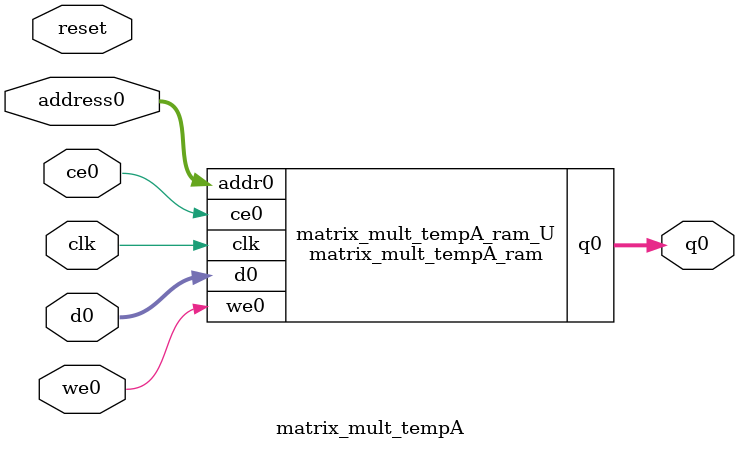
<source format=v>

`timescale 1 ns / 1 ps
module matrix_mult_tempA_ram (addr0, ce0, d0, we0, q0,  clk);

parameter DWIDTH = 32;
parameter AWIDTH = 6;
parameter MEM_SIZE = 64;

input[AWIDTH-1:0] addr0;
input ce0;
input[DWIDTH-1:0] d0;
input we0;
output reg[DWIDTH-1:0] q0;
input clk;

(* ram_style = "block" *)reg [DWIDTH-1:0] ram[0:MEM_SIZE-1];




always @(posedge clk)  
begin 
    if (ce0) 
    begin
        if (we0) 
        begin 
            ram[addr0] <= d0; 
            q0 <= d0;
        end 
        else 
            q0 <= ram[addr0];
    end
end


endmodule


`timescale 1 ns / 1 ps
module matrix_mult_tempA(
    reset,
    clk,
    address0,
    ce0,
    we0,
    d0,
    q0);

parameter DataWidth = 32'd32;
parameter AddressRange = 32'd64;
parameter AddressWidth = 32'd6;
input reset;
input clk;
input[AddressWidth - 1:0] address0;
input ce0;
input we0;
input[DataWidth - 1:0] d0;
output[DataWidth - 1:0] q0;



matrix_mult_tempA_ram matrix_mult_tempA_ram_U(
    .clk( clk ),
    .addr0( address0 ),
    .ce0( ce0 ),
    .d0( d0 ),
    .we0( we0 ),
    .q0( q0 ));

endmodule


</source>
